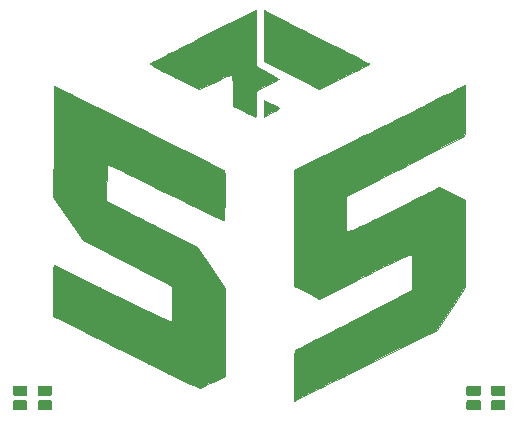
<source format=gbr>
G04 #@! TF.GenerationSoftware,KiCad,Pcbnew,5.0.2+dfsg1-1*
G04 #@! TF.CreationDate,2019-05-16T07:21:41+02:00*
G04 #@! TF.ProjectId,5thpcbway,35746870-6362-4776-9179-2e6b69636164,rev?*
G04 #@! TF.SameCoordinates,Original*
G04 #@! TF.FileFunction,Soldermask,Top*
G04 #@! TF.FilePolarity,Negative*
%FSLAX46Y46*%
G04 Gerber Fmt 4.6, Leading zero omitted, Abs format (unit mm)*
G04 Created by KiCad (PCBNEW 5.0.2+dfsg1-1) date jue 16 may 2019 07:21:41 CEST*
%MOMM*%
%LPD*%
G01*
G04 APERTURE LIST*
%ADD10C,0.010000*%
%ADD11C,0.100000*%
G04 APERTURE END LIST*
D10*
G04 #@! TO.C,*
G36*
X189108250Y-59234978D02*
X189573238Y-59470193D01*
X190096614Y-59734744D01*
X190661129Y-60019923D01*
X191249533Y-60317024D01*
X191844575Y-60617337D01*
X192429007Y-60912157D01*
X192985577Y-61192775D01*
X193497037Y-61450483D01*
X193574417Y-61489454D01*
X193987510Y-61698031D01*
X194377329Y-61895908D01*
X194737423Y-62079744D01*
X195061346Y-62246194D01*
X195342647Y-62391918D01*
X195574879Y-62513571D01*
X195751593Y-62607812D01*
X195866340Y-62671298D01*
X195912672Y-62700686D01*
X195913334Y-62701843D01*
X195876273Y-62729651D01*
X195769343Y-62791036D01*
X195598921Y-62882770D01*
X195371388Y-63001623D01*
X195093120Y-63144367D01*
X194770497Y-63307772D01*
X194409897Y-63488609D01*
X194017699Y-63683650D01*
X193600280Y-63889665D01*
X193164019Y-64103425D01*
X192715295Y-64321701D01*
X192674834Y-64341303D01*
X191658834Y-64833361D01*
X186981000Y-62478901D01*
X186981000Y-58158379D01*
X189108250Y-59234978D01*
X189108250Y-59234978D01*
G37*
X189108250Y-59234978D02*
X189573238Y-59470193D01*
X190096614Y-59734744D01*
X190661129Y-60019923D01*
X191249533Y-60317024D01*
X191844575Y-60617337D01*
X192429007Y-60912157D01*
X192985577Y-61192775D01*
X193497037Y-61450483D01*
X193574417Y-61489454D01*
X193987510Y-61698031D01*
X194377329Y-61895908D01*
X194737423Y-62079744D01*
X195061346Y-62246194D01*
X195342647Y-62391918D01*
X195574879Y-62513571D01*
X195751593Y-62607812D01*
X195866340Y-62671298D01*
X195912672Y-62700686D01*
X195913334Y-62701843D01*
X195876273Y-62729651D01*
X195769343Y-62791036D01*
X195598921Y-62882770D01*
X195371388Y-63001623D01*
X195093120Y-63144367D01*
X194770497Y-63307772D01*
X194409897Y-63488609D01*
X194017699Y-63683650D01*
X193600280Y-63889665D01*
X193164019Y-64103425D01*
X192715295Y-64321701D01*
X192674834Y-64341303D01*
X191658834Y-64833361D01*
X186981000Y-62478901D01*
X186981000Y-58158379D01*
X189108250Y-59234978D01*
G36*
X187266750Y-65916109D02*
X187463173Y-66007923D01*
X187664843Y-66108829D01*
X187857316Y-66210793D01*
X188026153Y-66305780D01*
X188156910Y-66385756D01*
X188235148Y-66442686D01*
X188251000Y-66463686D01*
X188217373Y-66511886D01*
X188114842Y-66586877D01*
X187940931Y-66690156D01*
X187693165Y-66823218D01*
X187453485Y-66945414D01*
X186981000Y-67182374D01*
X186981000Y-65788208D01*
X187266750Y-65916109D01*
X187266750Y-65916109D01*
G37*
X187266750Y-65916109D02*
X187463173Y-66007923D01*
X187664843Y-66108829D01*
X187857316Y-66210793D01*
X188026153Y-66305780D01*
X188156910Y-66385756D01*
X188235148Y-66442686D01*
X188251000Y-66463686D01*
X188217373Y-66511886D01*
X188114842Y-66586877D01*
X187940931Y-66690156D01*
X187693165Y-66823218D01*
X187453485Y-66945414D01*
X186981000Y-67182374D01*
X186981000Y-65788208D01*
X187266750Y-65916109D01*
G36*
X186305126Y-60522745D02*
X186306586Y-62884834D01*
X187279409Y-63412153D01*
X187539407Y-63554876D01*
X187772154Y-63686080D01*
X187968019Y-63800056D01*
X188117374Y-63891093D01*
X188210590Y-63953481D01*
X188238437Y-63980856D01*
X188198421Y-64010614D01*
X188092997Y-64072786D01*
X187932416Y-64161778D01*
X187726928Y-64271999D01*
X187486782Y-64397856D01*
X187265183Y-64511870D01*
X186305724Y-65001500D01*
X186304695Y-66112750D01*
X186303265Y-66409308D01*
X186299760Y-66675809D01*
X186294507Y-66901231D01*
X186287832Y-67074553D01*
X186280060Y-67184754D01*
X186271917Y-67220938D01*
X186227058Y-67201221D01*
X186117945Y-67147457D01*
X185955228Y-67065068D01*
X185749555Y-66959478D01*
X185511576Y-66836110D01*
X185330000Y-66741306D01*
X184419834Y-66264737D01*
X184408147Y-66077619D01*
X184403696Y-65983662D01*
X184397403Y-65819147D01*
X184389744Y-65598154D01*
X184381193Y-65334759D01*
X184372228Y-65043041D01*
X184365791Y-64823678D01*
X184353829Y-64457419D01*
X184341100Y-64170218D01*
X184327186Y-63956465D01*
X184311667Y-63810552D01*
X184294123Y-63726869D01*
X184282003Y-63703736D01*
X184227698Y-63676343D01*
X184140047Y-63674852D01*
X184013083Y-63701432D01*
X183840837Y-63758256D01*
X183617344Y-63847493D01*
X183336636Y-63971315D01*
X182992746Y-64131891D01*
X182647370Y-64298383D01*
X181509906Y-64852419D01*
X179392988Y-63787266D01*
X178936019Y-63557034D01*
X178549478Y-63361469D01*
X178227952Y-63197600D01*
X177966026Y-63062456D01*
X177758288Y-62953069D01*
X177599323Y-62866466D01*
X177483719Y-62799678D01*
X177406062Y-62749735D01*
X177360937Y-62713665D01*
X177342933Y-62688500D01*
X177346635Y-62671267D01*
X177351384Y-62667042D01*
X177398337Y-62641260D01*
X177516215Y-62579997D01*
X177700229Y-62485673D01*
X177945593Y-62360706D01*
X178247520Y-62207515D01*
X178601222Y-62028519D01*
X179001914Y-61826137D01*
X179444807Y-61602787D01*
X179925115Y-61360888D01*
X180438052Y-61102859D01*
X180978829Y-60831119D01*
X181542660Y-60548086D01*
X181865183Y-60386313D01*
X186303667Y-58160656D01*
X186305126Y-60522745D01*
X186305126Y-60522745D01*
G37*
X186305126Y-60522745D02*
X186306586Y-62884834D01*
X187279409Y-63412153D01*
X187539407Y-63554876D01*
X187772154Y-63686080D01*
X187968019Y-63800056D01*
X188117374Y-63891093D01*
X188210590Y-63953481D01*
X188238437Y-63980856D01*
X188198421Y-64010614D01*
X188092997Y-64072786D01*
X187932416Y-64161778D01*
X187726928Y-64271999D01*
X187486782Y-64397856D01*
X187265183Y-64511870D01*
X186305724Y-65001500D01*
X186304695Y-66112750D01*
X186303265Y-66409308D01*
X186299760Y-66675809D01*
X186294507Y-66901231D01*
X186287832Y-67074553D01*
X186280060Y-67184754D01*
X186271917Y-67220938D01*
X186227058Y-67201221D01*
X186117945Y-67147457D01*
X185955228Y-67065068D01*
X185749555Y-66959478D01*
X185511576Y-66836110D01*
X185330000Y-66741306D01*
X184419834Y-66264737D01*
X184408147Y-66077619D01*
X184403696Y-65983662D01*
X184397403Y-65819147D01*
X184389744Y-65598154D01*
X184381193Y-65334759D01*
X184372228Y-65043041D01*
X184365791Y-64823678D01*
X184353829Y-64457419D01*
X184341100Y-64170218D01*
X184327186Y-63956465D01*
X184311667Y-63810552D01*
X184294123Y-63726869D01*
X184282003Y-63703736D01*
X184227698Y-63676343D01*
X184140047Y-63674852D01*
X184013083Y-63701432D01*
X183840837Y-63758256D01*
X183617344Y-63847493D01*
X183336636Y-63971315D01*
X182992746Y-64131891D01*
X182647370Y-64298383D01*
X181509906Y-64852419D01*
X179392988Y-63787266D01*
X178936019Y-63557034D01*
X178549478Y-63361469D01*
X178227952Y-63197600D01*
X177966026Y-63062456D01*
X177758288Y-62953069D01*
X177599323Y-62866466D01*
X177483719Y-62799678D01*
X177406062Y-62749735D01*
X177360937Y-62713665D01*
X177342933Y-62688500D01*
X177346635Y-62671267D01*
X177351384Y-62667042D01*
X177398337Y-62641260D01*
X177516215Y-62579997D01*
X177700229Y-62485673D01*
X177945593Y-62360706D01*
X178247520Y-62207515D01*
X178601222Y-62028519D01*
X179001914Y-61826137D01*
X179444807Y-61602787D01*
X179925115Y-61360888D01*
X180438052Y-61102859D01*
X180978829Y-60831119D01*
X181542660Y-60548086D01*
X181865183Y-60386313D01*
X186303667Y-58160656D01*
X186305126Y-60522745D01*
G36*
X169277383Y-64609047D02*
X169388092Y-64660691D01*
X169565581Y-64745618D01*
X169805348Y-64861598D01*
X170102888Y-65006401D01*
X170453698Y-65177795D01*
X170853275Y-65373551D01*
X171297115Y-65591438D01*
X171780715Y-65829225D01*
X172299570Y-66084682D01*
X172849178Y-66355578D01*
X173425034Y-66639684D01*
X174022636Y-66934768D01*
X174637479Y-67238600D01*
X175265060Y-67548949D01*
X175900876Y-67863585D01*
X176540423Y-68180278D01*
X177179198Y-68496797D01*
X177812696Y-68810912D01*
X178436414Y-69120391D01*
X179045850Y-69423005D01*
X179636498Y-69716523D01*
X180203856Y-69998715D01*
X180743420Y-70267350D01*
X181250687Y-70520197D01*
X181721153Y-70755026D01*
X182150314Y-70969607D01*
X182533667Y-71161709D01*
X182866708Y-71329102D01*
X183144934Y-71469555D01*
X183363841Y-71580838D01*
X183518925Y-71660719D01*
X183605684Y-71706970D01*
X183622632Y-71717252D01*
X183635884Y-71741363D01*
X183646831Y-71793998D01*
X183655611Y-71881591D01*
X183662362Y-72010573D01*
X183667222Y-72187379D01*
X183670331Y-72418441D01*
X183671825Y-72710193D01*
X183671844Y-73069066D01*
X183670526Y-73501495D01*
X183668809Y-73865259D01*
X183657834Y-75965834D01*
X183552000Y-75953925D01*
X183500508Y-75933825D01*
X183378266Y-75878408D01*
X183190301Y-75790118D01*
X182941641Y-75671403D01*
X182637314Y-75524708D01*
X182282347Y-75352481D01*
X181881767Y-75157166D01*
X181440603Y-74941211D01*
X180963882Y-74707062D01*
X180456632Y-74457165D01*
X179923880Y-74193966D01*
X179370653Y-73919912D01*
X179318667Y-73894122D01*
X178573493Y-73524507D01*
X177900286Y-73190894D01*
X177295244Y-72891507D01*
X176754564Y-72624569D01*
X176274441Y-72388303D01*
X175851073Y-72180934D01*
X175480656Y-72000685D01*
X175159388Y-71845779D01*
X174883464Y-71714442D01*
X174649081Y-71604895D01*
X174452437Y-71515364D01*
X174289728Y-71444071D01*
X174157150Y-71389240D01*
X174050900Y-71349096D01*
X173967175Y-71321861D01*
X173902172Y-71305760D01*
X173852087Y-71299015D01*
X173813118Y-71299852D01*
X173781459Y-71306493D01*
X173779501Y-71307103D01*
X173758301Y-71317890D01*
X173740915Y-71341024D01*
X173726730Y-71384867D01*
X173715133Y-71457777D01*
X173705512Y-71568114D01*
X173697254Y-71724238D01*
X173689745Y-71934510D01*
X173682373Y-72207288D01*
X173674525Y-72550932D01*
X173668885Y-72815938D01*
X173662049Y-73161493D01*
X173656554Y-73479291D01*
X173652508Y-73759642D01*
X173650017Y-73992861D01*
X173649186Y-74169261D01*
X173650122Y-74279153D01*
X173652465Y-74313129D01*
X173691556Y-74333556D01*
X173801320Y-74389319D01*
X173976707Y-74477882D01*
X174212665Y-74596709D01*
X174504143Y-74743263D01*
X174846092Y-74915009D01*
X175233458Y-75109411D01*
X175661193Y-75323932D01*
X176124244Y-75556036D01*
X176617562Y-75803188D01*
X177136094Y-76062851D01*
X177519500Y-76254773D01*
X181371834Y-78182829D01*
X182525417Y-79950270D01*
X183679000Y-81717710D01*
X183679000Y-89114479D01*
X182652417Y-89617297D01*
X182376524Y-89751774D01*
X182122151Y-89874518D01*
X181900210Y-89980364D01*
X181721613Y-90064145D01*
X181597271Y-90120694D01*
X181538448Y-90144748D01*
X181494084Y-90135472D01*
X181394177Y-90097251D01*
X181236674Y-90029106D01*
X181019524Y-89930058D01*
X180740672Y-89799128D01*
X180398068Y-89635338D01*
X179989659Y-89437708D01*
X179513391Y-89205259D01*
X178967213Y-88937013D01*
X178349073Y-88631989D01*
X177876614Y-88398127D01*
X177285816Y-88105139D01*
X176662050Y-87795381D01*
X176016974Y-87474666D01*
X175362245Y-87148804D01*
X174709521Y-86823609D01*
X174070459Y-86504891D01*
X173456716Y-86198463D01*
X172879950Y-85910136D01*
X172351819Y-85645723D01*
X171883979Y-85411035D01*
X171741000Y-85339186D01*
X169179834Y-84051500D01*
X169168862Y-81903084D01*
X169166652Y-81412742D01*
X169165547Y-81000672D01*
X169165689Y-80660484D01*
X169167221Y-80385790D01*
X169170284Y-80170198D01*
X169175022Y-80007320D01*
X169181577Y-79890767D01*
X169190091Y-79814149D01*
X169200707Y-79771076D01*
X169213567Y-79755159D01*
X169216753Y-79754667D01*
X169267443Y-79772962D01*
X169384544Y-79824919D01*
X169558836Y-79906147D01*
X169781097Y-80012255D01*
X170042106Y-80138852D01*
X170332642Y-80281545D01*
X170561225Y-80394919D01*
X171422169Y-80823104D01*
X172252993Y-81235157D01*
X173050364Y-81629463D01*
X173810952Y-82004404D01*
X174531425Y-82358363D01*
X175208453Y-82689724D01*
X175838705Y-82996871D01*
X176418848Y-83278185D01*
X176945553Y-83532051D01*
X177415488Y-83756851D01*
X177825322Y-83950969D01*
X178171724Y-84112788D01*
X178451363Y-84240691D01*
X178660908Y-84333061D01*
X178756996Y-84372905D01*
X178881710Y-84424843D01*
X178982848Y-84466862D01*
X179062797Y-84491889D01*
X179123944Y-84492852D01*
X179168677Y-84462678D01*
X179199381Y-84394295D01*
X179218445Y-84280630D01*
X179228255Y-84114611D01*
X179231198Y-83889165D01*
X179229661Y-83597220D01*
X179226031Y-83231702D01*
X179223952Y-82989328D01*
X179212834Y-81482656D01*
X171656016Y-77613992D01*
X169165238Y-73948744D01*
X169188328Y-69284622D01*
X169191639Y-68663265D01*
X169195281Y-68065688D01*
X169199198Y-67497334D01*
X169203331Y-66963644D01*
X169207623Y-66470061D01*
X169212016Y-66022026D01*
X169216453Y-65624983D01*
X169220876Y-65284373D01*
X169225228Y-65005638D01*
X169229450Y-64794220D01*
X169233487Y-64655562D01*
X169237279Y-64595106D01*
X169237959Y-64592917D01*
X169277383Y-64609047D01*
X169277383Y-64609047D01*
G37*
X169277383Y-64609047D02*
X169388092Y-64660691D01*
X169565581Y-64745618D01*
X169805348Y-64861598D01*
X170102888Y-65006401D01*
X170453698Y-65177795D01*
X170853275Y-65373551D01*
X171297115Y-65591438D01*
X171780715Y-65829225D01*
X172299570Y-66084682D01*
X172849178Y-66355578D01*
X173425034Y-66639684D01*
X174022636Y-66934768D01*
X174637479Y-67238600D01*
X175265060Y-67548949D01*
X175900876Y-67863585D01*
X176540423Y-68180278D01*
X177179198Y-68496797D01*
X177812696Y-68810912D01*
X178436414Y-69120391D01*
X179045850Y-69423005D01*
X179636498Y-69716523D01*
X180203856Y-69998715D01*
X180743420Y-70267350D01*
X181250687Y-70520197D01*
X181721153Y-70755026D01*
X182150314Y-70969607D01*
X182533667Y-71161709D01*
X182866708Y-71329102D01*
X183144934Y-71469555D01*
X183363841Y-71580838D01*
X183518925Y-71660719D01*
X183605684Y-71706970D01*
X183622632Y-71717252D01*
X183635884Y-71741363D01*
X183646831Y-71793998D01*
X183655611Y-71881591D01*
X183662362Y-72010573D01*
X183667222Y-72187379D01*
X183670331Y-72418441D01*
X183671825Y-72710193D01*
X183671844Y-73069066D01*
X183670526Y-73501495D01*
X183668809Y-73865259D01*
X183657834Y-75965834D01*
X183552000Y-75953925D01*
X183500508Y-75933825D01*
X183378266Y-75878408D01*
X183190301Y-75790118D01*
X182941641Y-75671403D01*
X182637314Y-75524708D01*
X182282347Y-75352481D01*
X181881767Y-75157166D01*
X181440603Y-74941211D01*
X180963882Y-74707062D01*
X180456632Y-74457165D01*
X179923880Y-74193966D01*
X179370653Y-73919912D01*
X179318667Y-73894122D01*
X178573493Y-73524507D01*
X177900286Y-73190894D01*
X177295244Y-72891507D01*
X176754564Y-72624569D01*
X176274441Y-72388303D01*
X175851073Y-72180934D01*
X175480656Y-72000685D01*
X175159388Y-71845779D01*
X174883464Y-71714442D01*
X174649081Y-71604895D01*
X174452437Y-71515364D01*
X174289728Y-71444071D01*
X174157150Y-71389240D01*
X174050900Y-71349096D01*
X173967175Y-71321861D01*
X173902172Y-71305760D01*
X173852087Y-71299015D01*
X173813118Y-71299852D01*
X173781459Y-71306493D01*
X173779501Y-71307103D01*
X173758301Y-71317890D01*
X173740915Y-71341024D01*
X173726730Y-71384867D01*
X173715133Y-71457777D01*
X173705512Y-71568114D01*
X173697254Y-71724238D01*
X173689745Y-71934510D01*
X173682373Y-72207288D01*
X173674525Y-72550932D01*
X173668885Y-72815938D01*
X173662049Y-73161493D01*
X173656554Y-73479291D01*
X173652508Y-73759642D01*
X173650017Y-73992861D01*
X173649186Y-74169261D01*
X173650122Y-74279153D01*
X173652465Y-74313129D01*
X173691556Y-74333556D01*
X173801320Y-74389319D01*
X173976707Y-74477882D01*
X174212665Y-74596709D01*
X174504143Y-74743263D01*
X174846092Y-74915009D01*
X175233458Y-75109411D01*
X175661193Y-75323932D01*
X176124244Y-75556036D01*
X176617562Y-75803188D01*
X177136094Y-76062851D01*
X177519500Y-76254773D01*
X181371834Y-78182829D01*
X182525417Y-79950270D01*
X183679000Y-81717710D01*
X183679000Y-89114479D01*
X182652417Y-89617297D01*
X182376524Y-89751774D01*
X182122151Y-89874518D01*
X181900210Y-89980364D01*
X181721613Y-90064145D01*
X181597271Y-90120694D01*
X181538448Y-90144748D01*
X181494084Y-90135472D01*
X181394177Y-90097251D01*
X181236674Y-90029106D01*
X181019524Y-89930058D01*
X180740672Y-89799128D01*
X180398068Y-89635338D01*
X179989659Y-89437708D01*
X179513391Y-89205259D01*
X178967213Y-88937013D01*
X178349073Y-88631989D01*
X177876614Y-88398127D01*
X177285816Y-88105139D01*
X176662050Y-87795381D01*
X176016974Y-87474666D01*
X175362245Y-87148804D01*
X174709521Y-86823609D01*
X174070459Y-86504891D01*
X173456716Y-86198463D01*
X172879950Y-85910136D01*
X172351819Y-85645723D01*
X171883979Y-85411035D01*
X171741000Y-85339186D01*
X169179834Y-84051500D01*
X169168862Y-81903084D01*
X169166652Y-81412742D01*
X169165547Y-81000672D01*
X169165689Y-80660484D01*
X169167221Y-80385790D01*
X169170284Y-80170198D01*
X169175022Y-80007320D01*
X169181577Y-79890767D01*
X169190091Y-79814149D01*
X169200707Y-79771076D01*
X169213567Y-79755159D01*
X169216753Y-79754667D01*
X169267443Y-79772962D01*
X169384544Y-79824919D01*
X169558836Y-79906147D01*
X169781097Y-80012255D01*
X170042106Y-80138852D01*
X170332642Y-80281545D01*
X170561225Y-80394919D01*
X171422169Y-80823104D01*
X172252993Y-81235157D01*
X173050364Y-81629463D01*
X173810952Y-82004404D01*
X174531425Y-82358363D01*
X175208453Y-82689724D01*
X175838705Y-82996871D01*
X176418848Y-83278185D01*
X176945553Y-83532051D01*
X177415488Y-83756851D01*
X177825322Y-83950969D01*
X178171724Y-84112788D01*
X178451363Y-84240691D01*
X178660908Y-84333061D01*
X178756996Y-84372905D01*
X178881710Y-84424843D01*
X178982848Y-84466862D01*
X179062797Y-84491889D01*
X179123944Y-84492852D01*
X179168677Y-84462678D01*
X179199381Y-84394295D01*
X179218445Y-84280630D01*
X179228255Y-84114611D01*
X179231198Y-83889165D01*
X179229661Y-83597220D01*
X179226031Y-83231702D01*
X179223952Y-82989328D01*
X179212834Y-81482656D01*
X171656016Y-77613992D01*
X169165238Y-73948744D01*
X169188328Y-69284622D01*
X169191639Y-68663265D01*
X169195281Y-68065688D01*
X169199198Y-67497334D01*
X169203331Y-66963644D01*
X169207623Y-66470061D01*
X169212016Y-66022026D01*
X169216453Y-65624983D01*
X169220876Y-65284373D01*
X169225228Y-65005638D01*
X169229450Y-64794220D01*
X169233487Y-64655562D01*
X169237279Y-64595106D01*
X169237959Y-64592917D01*
X169277383Y-64609047D01*
G36*
X204027958Y-64555330D02*
X204031636Y-64670650D01*
X204034359Y-64850624D01*
X204036176Y-65085249D01*
X204037133Y-65364521D01*
X204037280Y-65678439D01*
X204036664Y-66016998D01*
X204035332Y-66370196D01*
X204033333Y-66728030D01*
X204030715Y-67080496D01*
X204027525Y-67417591D01*
X204023811Y-67729313D01*
X204019622Y-68005658D01*
X204015004Y-68236623D01*
X204010007Y-68412206D01*
X204004678Y-68522402D01*
X204004050Y-68530378D01*
X203977834Y-68841922D01*
X199998500Y-70845405D01*
X199431059Y-71131192D01*
X198867728Y-71415094D01*
X198315271Y-71693691D01*
X197780452Y-71963566D01*
X197270034Y-72221299D01*
X196790783Y-72463471D01*
X196349462Y-72686665D01*
X195952835Y-72887460D01*
X195607666Y-73062439D01*
X195320720Y-73208183D01*
X195098759Y-73321272D01*
X195003167Y-73370194D01*
X193987167Y-73891500D01*
X193964917Y-76876000D01*
X194095822Y-76876000D01*
X194201749Y-76860425D01*
X194352062Y-76819656D01*
X194509113Y-76764431D01*
X194651876Y-76703782D01*
X194862939Y-76608126D01*
X195135204Y-76480968D01*
X195461571Y-76325816D01*
X195834939Y-76146175D01*
X196248212Y-75945551D01*
X196694287Y-75727452D01*
X197166068Y-75495382D01*
X197656453Y-75252849D01*
X198158343Y-75003358D01*
X198664640Y-74750416D01*
X199168244Y-74497528D01*
X199662056Y-74248202D01*
X200138975Y-74005943D01*
X200591903Y-73774258D01*
X201013741Y-73556652D01*
X201195674Y-73462099D01*
X201800181Y-73147093D01*
X204020167Y-74272559D01*
X204027959Y-77955530D01*
X204035752Y-81638500D01*
X202842626Y-83427957D01*
X201649500Y-85217415D01*
X195624530Y-88222207D01*
X194954878Y-88556122D01*
X194305882Y-88879628D01*
X193681578Y-89190718D01*
X193086003Y-89487384D01*
X192523195Y-89767620D01*
X191997191Y-90029417D01*
X191512027Y-90270768D01*
X191071741Y-90489667D01*
X190680370Y-90684105D01*
X190341950Y-90852075D01*
X190060520Y-90991571D01*
X189840116Y-91100584D01*
X189684774Y-91177107D01*
X189598533Y-91219133D01*
X189581446Y-91227000D01*
X189560411Y-91195589D01*
X189560379Y-91195250D01*
X189559899Y-91147842D01*
X189559656Y-91024030D01*
X189559639Y-90832077D01*
X189559839Y-90580246D01*
X189560247Y-90276798D01*
X189560853Y-89929998D01*
X189561649Y-89548106D01*
X189562625Y-89139387D01*
X189562753Y-89089167D01*
X189564618Y-88581217D01*
X189567478Y-88152931D01*
X189571464Y-87799308D01*
X189576708Y-87515350D01*
X189583342Y-87296057D01*
X189591497Y-87136430D01*
X189601304Y-87031470D01*
X189612896Y-86976177D01*
X189618624Y-86966267D01*
X189661923Y-86941493D01*
X189776280Y-86880765D01*
X189957217Y-86786375D01*
X190200257Y-86660614D01*
X190500922Y-86505775D01*
X190854735Y-86324151D01*
X191257219Y-86118033D01*
X191703896Y-85889715D01*
X192190287Y-85641488D01*
X192711917Y-85375645D01*
X193264307Y-85094478D01*
X193842980Y-84800279D01*
X194443458Y-84495341D01*
X194618110Y-84406713D01*
X199567052Y-81895725D01*
X199539360Y-80881841D01*
X199531216Y-80562372D01*
X199524019Y-80239292D01*
X199518144Y-79932747D01*
X199513963Y-79662883D01*
X199511850Y-79449845D01*
X199511667Y-79387978D01*
X199511667Y-78908000D01*
X199356574Y-78908000D01*
X199299596Y-78913387D01*
X199223403Y-78930828D01*
X199123877Y-78962242D01*
X198996897Y-79009550D01*
X198838344Y-79074671D01*
X198644099Y-79159526D01*
X198410043Y-79266035D01*
X198132057Y-79396117D01*
X197806020Y-79551692D01*
X197427813Y-79734681D01*
X196993318Y-79947004D01*
X196498415Y-80190580D01*
X195938984Y-80467329D01*
X195310907Y-80779172D01*
X194852073Y-81007483D01*
X191674624Y-82589664D01*
X190608395Y-82050582D01*
X189542167Y-81511500D01*
X189543795Y-81289250D01*
X189544093Y-81217689D01*
X189544535Y-81067200D01*
X189545110Y-80843521D01*
X189545805Y-80552391D01*
X189546607Y-80199547D01*
X189547505Y-79790729D01*
X189548486Y-79331675D01*
X189549537Y-78828122D01*
X189550646Y-78285810D01*
X189551800Y-77710476D01*
X189552988Y-77107860D01*
X189554197Y-76483699D01*
X189554378Y-76389084D01*
X189563334Y-71711168D01*
X194717417Y-69151930D01*
X195343518Y-68840960D01*
X195953107Y-68538030D01*
X196541415Y-68245519D01*
X197103671Y-67965805D01*
X197635107Y-67701266D01*
X198130951Y-67454280D01*
X198586434Y-67227226D01*
X198996786Y-67022481D01*
X199357237Y-66842424D01*
X199663018Y-66689433D01*
X199909359Y-66565885D01*
X200091489Y-66474161D01*
X200204640Y-66416636D01*
X200231334Y-66402778D01*
X200342860Y-66345012D01*
X200512028Y-66258837D01*
X200730068Y-66148623D01*
X200988207Y-66018736D01*
X201277673Y-65873544D01*
X201589697Y-65717415D01*
X201915505Y-65554716D01*
X202246328Y-65389814D01*
X202573393Y-65227077D01*
X202887929Y-65070873D01*
X203181165Y-64925569D01*
X203444329Y-64795532D01*
X203668650Y-64685131D01*
X203845356Y-64598732D01*
X203965677Y-64540703D01*
X204020840Y-64515412D01*
X204023277Y-64514667D01*
X204027958Y-64555330D01*
X204027958Y-64555330D01*
G37*
X204027958Y-64555330D02*
X204031636Y-64670650D01*
X204034359Y-64850624D01*
X204036176Y-65085249D01*
X204037133Y-65364521D01*
X204037280Y-65678439D01*
X204036664Y-66016998D01*
X204035332Y-66370196D01*
X204033333Y-66728030D01*
X204030715Y-67080496D01*
X204027525Y-67417591D01*
X204023811Y-67729313D01*
X204019622Y-68005658D01*
X204015004Y-68236623D01*
X204010007Y-68412206D01*
X204004678Y-68522402D01*
X204004050Y-68530378D01*
X203977834Y-68841922D01*
X199998500Y-70845405D01*
X199431059Y-71131192D01*
X198867728Y-71415094D01*
X198315271Y-71693691D01*
X197780452Y-71963566D01*
X197270034Y-72221299D01*
X196790783Y-72463471D01*
X196349462Y-72686665D01*
X195952835Y-72887460D01*
X195607666Y-73062439D01*
X195320720Y-73208183D01*
X195098759Y-73321272D01*
X195003167Y-73370194D01*
X193987167Y-73891500D01*
X193964917Y-76876000D01*
X194095822Y-76876000D01*
X194201749Y-76860425D01*
X194352062Y-76819656D01*
X194509113Y-76764431D01*
X194651876Y-76703782D01*
X194862939Y-76608126D01*
X195135204Y-76480968D01*
X195461571Y-76325816D01*
X195834939Y-76146175D01*
X196248212Y-75945551D01*
X196694287Y-75727452D01*
X197166068Y-75495382D01*
X197656453Y-75252849D01*
X198158343Y-75003358D01*
X198664640Y-74750416D01*
X199168244Y-74497528D01*
X199662056Y-74248202D01*
X200138975Y-74005943D01*
X200591903Y-73774258D01*
X201013741Y-73556652D01*
X201195674Y-73462099D01*
X201800181Y-73147093D01*
X204020167Y-74272559D01*
X204027959Y-77955530D01*
X204035752Y-81638500D01*
X202842626Y-83427957D01*
X201649500Y-85217415D01*
X195624530Y-88222207D01*
X194954878Y-88556122D01*
X194305882Y-88879628D01*
X193681578Y-89190718D01*
X193086003Y-89487384D01*
X192523195Y-89767620D01*
X191997191Y-90029417D01*
X191512027Y-90270768D01*
X191071741Y-90489667D01*
X190680370Y-90684105D01*
X190341950Y-90852075D01*
X190060520Y-90991571D01*
X189840116Y-91100584D01*
X189684774Y-91177107D01*
X189598533Y-91219133D01*
X189581446Y-91227000D01*
X189560411Y-91195589D01*
X189560379Y-91195250D01*
X189559899Y-91147842D01*
X189559656Y-91024030D01*
X189559639Y-90832077D01*
X189559839Y-90580246D01*
X189560247Y-90276798D01*
X189560853Y-89929998D01*
X189561649Y-89548106D01*
X189562625Y-89139387D01*
X189562753Y-89089167D01*
X189564618Y-88581217D01*
X189567478Y-88152931D01*
X189571464Y-87799308D01*
X189576708Y-87515350D01*
X189583342Y-87296057D01*
X189591497Y-87136430D01*
X189601304Y-87031470D01*
X189612896Y-86976177D01*
X189618624Y-86966267D01*
X189661923Y-86941493D01*
X189776280Y-86880765D01*
X189957217Y-86786375D01*
X190200257Y-86660614D01*
X190500922Y-86505775D01*
X190854735Y-86324151D01*
X191257219Y-86118033D01*
X191703896Y-85889715D01*
X192190287Y-85641488D01*
X192711917Y-85375645D01*
X193264307Y-85094478D01*
X193842980Y-84800279D01*
X194443458Y-84495341D01*
X194618110Y-84406713D01*
X199567052Y-81895725D01*
X199539360Y-80881841D01*
X199531216Y-80562372D01*
X199524019Y-80239292D01*
X199518144Y-79932747D01*
X199513963Y-79662883D01*
X199511850Y-79449845D01*
X199511667Y-79387978D01*
X199511667Y-78908000D01*
X199356574Y-78908000D01*
X199299596Y-78913387D01*
X199223403Y-78930828D01*
X199123877Y-78962242D01*
X198996897Y-79009550D01*
X198838344Y-79074671D01*
X198644099Y-79159526D01*
X198410043Y-79266035D01*
X198132057Y-79396117D01*
X197806020Y-79551692D01*
X197427813Y-79734681D01*
X196993318Y-79947004D01*
X196498415Y-80190580D01*
X195938984Y-80467329D01*
X195310907Y-80779172D01*
X194852073Y-81007483D01*
X191674624Y-82589664D01*
X190608395Y-82050582D01*
X189542167Y-81511500D01*
X189543795Y-81289250D01*
X189544093Y-81217689D01*
X189544535Y-81067200D01*
X189545110Y-80843521D01*
X189545805Y-80552391D01*
X189546607Y-80199547D01*
X189547505Y-79790729D01*
X189548486Y-79331675D01*
X189549537Y-78828122D01*
X189550646Y-78285810D01*
X189551800Y-77710476D01*
X189552988Y-77107860D01*
X189554197Y-76483699D01*
X189554378Y-76389084D01*
X189563334Y-71711168D01*
X194717417Y-69151930D01*
X195343518Y-68840960D01*
X195953107Y-68538030D01*
X196541415Y-68245519D01*
X197103671Y-67965805D01*
X197635107Y-67701266D01*
X198130951Y-67454280D01*
X198586434Y-67227226D01*
X198996786Y-67022481D01*
X199357237Y-66842424D01*
X199663018Y-66689433D01*
X199909359Y-66565885D01*
X200091489Y-66474161D01*
X200204640Y-66416636D01*
X200231334Y-66402778D01*
X200342860Y-66345012D01*
X200512028Y-66258837D01*
X200730068Y-66148623D01*
X200988207Y-66018736D01*
X201277673Y-65873544D01*
X201589697Y-65717415D01*
X201915505Y-65554716D01*
X202246328Y-65389814D01*
X202573393Y-65227077D01*
X202887929Y-65070873D01*
X203181165Y-64925569D01*
X203444329Y-64795532D01*
X203668650Y-64685131D01*
X203845356Y-64598732D01*
X203965677Y-64540703D01*
X204020840Y-64515412D01*
X204023277Y-64514667D01*
X204027958Y-64555330D01*
D11*
G36*
X205259013Y-91201786D02*
X205280316Y-91208248D01*
X205299937Y-91218736D01*
X205317143Y-91232857D01*
X205331264Y-91250063D01*
X205341752Y-91269684D01*
X205348214Y-91290987D01*
X205351000Y-91319274D01*
X205351000Y-91930726D01*
X205348214Y-91959013D01*
X205341752Y-91980316D01*
X205331264Y-91999937D01*
X205317143Y-92017143D01*
X205299937Y-92031264D01*
X205280316Y-92041752D01*
X205259013Y-92048214D01*
X205230726Y-92051000D01*
X204269274Y-92051000D01*
X204240987Y-92048214D01*
X204219684Y-92041752D01*
X204200063Y-92031264D01*
X204182857Y-92017143D01*
X204168736Y-91999937D01*
X204158248Y-91980316D01*
X204151786Y-91959013D01*
X204149000Y-91930726D01*
X204149000Y-91319274D01*
X204151786Y-91290987D01*
X204158248Y-91269684D01*
X204168736Y-91250063D01*
X204182857Y-91232857D01*
X204200063Y-91218736D01*
X204219684Y-91208248D01*
X204240987Y-91201786D01*
X204269274Y-91199000D01*
X205230726Y-91199000D01*
X205259013Y-91201786D01*
X205259013Y-91201786D01*
G37*
G36*
X166859013Y-91201786D02*
X166880316Y-91208248D01*
X166899937Y-91218736D01*
X166917143Y-91232857D01*
X166931264Y-91250063D01*
X166941752Y-91269684D01*
X166948214Y-91290987D01*
X166951000Y-91319274D01*
X166951000Y-91930726D01*
X166948214Y-91959013D01*
X166941752Y-91980316D01*
X166931264Y-91999937D01*
X166917143Y-92017143D01*
X166899937Y-92031264D01*
X166880316Y-92041752D01*
X166859013Y-92048214D01*
X166830726Y-92051000D01*
X165869274Y-92051000D01*
X165840987Y-92048214D01*
X165819684Y-92041752D01*
X165800063Y-92031264D01*
X165782857Y-92017143D01*
X165768736Y-91999937D01*
X165758248Y-91980316D01*
X165751786Y-91959013D01*
X165749000Y-91930726D01*
X165749000Y-91319274D01*
X165751786Y-91290987D01*
X165758248Y-91269684D01*
X165768736Y-91250063D01*
X165782857Y-91232857D01*
X165800063Y-91218736D01*
X165819684Y-91208248D01*
X165840987Y-91201786D01*
X165869274Y-91199000D01*
X166830726Y-91199000D01*
X166859013Y-91201786D01*
X166859013Y-91201786D01*
G37*
G36*
X168959013Y-91201786D02*
X168980316Y-91208248D01*
X168999937Y-91218736D01*
X169017143Y-91232857D01*
X169031264Y-91250063D01*
X169041752Y-91269684D01*
X169048214Y-91290987D01*
X169051000Y-91319274D01*
X169051000Y-91930726D01*
X169048214Y-91959013D01*
X169041752Y-91980316D01*
X169031264Y-91999937D01*
X169017143Y-92017143D01*
X168999937Y-92031264D01*
X168980316Y-92041752D01*
X168959013Y-92048214D01*
X168930726Y-92051000D01*
X167969274Y-92051000D01*
X167940987Y-92048214D01*
X167919684Y-92041752D01*
X167900063Y-92031264D01*
X167882857Y-92017143D01*
X167868736Y-91999937D01*
X167858248Y-91980316D01*
X167851786Y-91959013D01*
X167849000Y-91930726D01*
X167849000Y-91319274D01*
X167851786Y-91290987D01*
X167858248Y-91269684D01*
X167868736Y-91250063D01*
X167882857Y-91232857D01*
X167900063Y-91218736D01*
X167919684Y-91208248D01*
X167940987Y-91201786D01*
X167969274Y-91199000D01*
X168930726Y-91199000D01*
X168959013Y-91201786D01*
X168959013Y-91201786D01*
G37*
G36*
X207359013Y-91201786D02*
X207380316Y-91208248D01*
X207399937Y-91218736D01*
X207417143Y-91232857D01*
X207431264Y-91250063D01*
X207441752Y-91269684D01*
X207448214Y-91290987D01*
X207451000Y-91319274D01*
X207451000Y-91930726D01*
X207448214Y-91959013D01*
X207441752Y-91980316D01*
X207431264Y-91999937D01*
X207417143Y-92017143D01*
X207399937Y-92031264D01*
X207380316Y-92041752D01*
X207359013Y-92048214D01*
X207330726Y-92051000D01*
X206369274Y-92051000D01*
X206340987Y-92048214D01*
X206319684Y-92041752D01*
X206300063Y-92031264D01*
X206282857Y-92017143D01*
X206268736Y-91999937D01*
X206258248Y-91980316D01*
X206251786Y-91959013D01*
X206249000Y-91930726D01*
X206249000Y-91319274D01*
X206251786Y-91290987D01*
X206258248Y-91269684D01*
X206268736Y-91250063D01*
X206282857Y-91232857D01*
X206300063Y-91218736D01*
X206319684Y-91208248D01*
X206340987Y-91201786D01*
X206369274Y-91199000D01*
X207330726Y-91199000D01*
X207359013Y-91201786D01*
X207359013Y-91201786D01*
G37*
G36*
X205259013Y-89951786D02*
X205280316Y-89958248D01*
X205299937Y-89968736D01*
X205317143Y-89982857D01*
X205331264Y-90000063D01*
X205341752Y-90019684D01*
X205348214Y-90040987D01*
X205351000Y-90069274D01*
X205351000Y-90680726D01*
X205348214Y-90709013D01*
X205341752Y-90730316D01*
X205331264Y-90749937D01*
X205317143Y-90767143D01*
X205299937Y-90781264D01*
X205280316Y-90791752D01*
X205259013Y-90798214D01*
X205230726Y-90801000D01*
X204269274Y-90801000D01*
X204240987Y-90798214D01*
X204219684Y-90791752D01*
X204200063Y-90781264D01*
X204182857Y-90767143D01*
X204168736Y-90749937D01*
X204158248Y-90730316D01*
X204151786Y-90709013D01*
X204149000Y-90680726D01*
X204149000Y-90069274D01*
X204151786Y-90040987D01*
X204158248Y-90019684D01*
X204168736Y-90000063D01*
X204182857Y-89982857D01*
X204200063Y-89968736D01*
X204219684Y-89958248D01*
X204240987Y-89951786D01*
X204269274Y-89949000D01*
X205230726Y-89949000D01*
X205259013Y-89951786D01*
X205259013Y-89951786D01*
G37*
G36*
X168959013Y-89951786D02*
X168980316Y-89958248D01*
X168999937Y-89968736D01*
X169017143Y-89982857D01*
X169031264Y-90000063D01*
X169041752Y-90019684D01*
X169048214Y-90040987D01*
X169051000Y-90069274D01*
X169051000Y-90680726D01*
X169048214Y-90709013D01*
X169041752Y-90730316D01*
X169031264Y-90749937D01*
X169017143Y-90767143D01*
X168999937Y-90781264D01*
X168980316Y-90791752D01*
X168959013Y-90798214D01*
X168930726Y-90801000D01*
X167969274Y-90801000D01*
X167940987Y-90798214D01*
X167919684Y-90791752D01*
X167900063Y-90781264D01*
X167882857Y-90767143D01*
X167868736Y-90749937D01*
X167858248Y-90730316D01*
X167851786Y-90709013D01*
X167849000Y-90680726D01*
X167849000Y-90069274D01*
X167851786Y-90040987D01*
X167858248Y-90019684D01*
X167868736Y-90000063D01*
X167882857Y-89982857D01*
X167900063Y-89968736D01*
X167919684Y-89958248D01*
X167940987Y-89951786D01*
X167969274Y-89949000D01*
X168930726Y-89949000D01*
X168959013Y-89951786D01*
X168959013Y-89951786D01*
G37*
G36*
X166859013Y-89951786D02*
X166880316Y-89958248D01*
X166899937Y-89968736D01*
X166917143Y-89982857D01*
X166931264Y-90000063D01*
X166941752Y-90019684D01*
X166948214Y-90040987D01*
X166951000Y-90069274D01*
X166951000Y-90680726D01*
X166948214Y-90709013D01*
X166941752Y-90730316D01*
X166931264Y-90749937D01*
X166917143Y-90767143D01*
X166899937Y-90781264D01*
X166880316Y-90791752D01*
X166859013Y-90798214D01*
X166830726Y-90801000D01*
X165869274Y-90801000D01*
X165840987Y-90798214D01*
X165819684Y-90791752D01*
X165800063Y-90781264D01*
X165782857Y-90767143D01*
X165768736Y-90749937D01*
X165758248Y-90730316D01*
X165751786Y-90709013D01*
X165749000Y-90680726D01*
X165749000Y-90069274D01*
X165751786Y-90040987D01*
X165758248Y-90019684D01*
X165768736Y-90000063D01*
X165782857Y-89982857D01*
X165800063Y-89968736D01*
X165819684Y-89958248D01*
X165840987Y-89951786D01*
X165869274Y-89949000D01*
X166830726Y-89949000D01*
X166859013Y-89951786D01*
X166859013Y-89951786D01*
G37*
G36*
X207359013Y-89951786D02*
X207380316Y-89958248D01*
X207399937Y-89968736D01*
X207417143Y-89982857D01*
X207431264Y-90000063D01*
X207441752Y-90019684D01*
X207448214Y-90040987D01*
X207451000Y-90069274D01*
X207451000Y-90680726D01*
X207448214Y-90709013D01*
X207441752Y-90730316D01*
X207431264Y-90749937D01*
X207417143Y-90767143D01*
X207399937Y-90781264D01*
X207380316Y-90791752D01*
X207359013Y-90798214D01*
X207330726Y-90801000D01*
X206369274Y-90801000D01*
X206340987Y-90798214D01*
X206319684Y-90791752D01*
X206300063Y-90781264D01*
X206282857Y-90767143D01*
X206268736Y-90749937D01*
X206258248Y-90730316D01*
X206251786Y-90709013D01*
X206249000Y-90680726D01*
X206249000Y-90069274D01*
X206251786Y-90040987D01*
X206258248Y-90019684D01*
X206268736Y-90000063D01*
X206282857Y-89982857D01*
X206300063Y-89968736D01*
X206319684Y-89958248D01*
X206340987Y-89951786D01*
X206369274Y-89949000D01*
X207330726Y-89949000D01*
X207359013Y-89951786D01*
X207359013Y-89951786D01*
G37*
G36*
X170216136Y-69018253D02*
X170307312Y-69056019D01*
X170389372Y-69110850D01*
X170459150Y-69180628D01*
X170513981Y-69262688D01*
X170551747Y-69353864D01*
X170571000Y-69450656D01*
X170571000Y-69549344D01*
X170551747Y-69646136D01*
X170513981Y-69737312D01*
X170459150Y-69819372D01*
X170389372Y-69889150D01*
X170307312Y-69943981D01*
X170216136Y-69981747D01*
X170119344Y-70001000D01*
X170020656Y-70001000D01*
X169923864Y-69981747D01*
X169832688Y-69943981D01*
X169750628Y-69889150D01*
X169680850Y-69819372D01*
X169626019Y-69737312D01*
X169588253Y-69646136D01*
X169569000Y-69549344D01*
X169569000Y-69450656D01*
X169588253Y-69353864D01*
X169626019Y-69262688D01*
X169680850Y-69180628D01*
X169750628Y-69110850D01*
X169832688Y-69056019D01*
X169923864Y-69018253D01*
X170020656Y-68999000D01*
X170119344Y-68999000D01*
X170216136Y-69018253D01*
X170216136Y-69018253D01*
G37*
G36*
X170216136Y-66018253D02*
X170307312Y-66056019D01*
X170389372Y-66110850D01*
X170459150Y-66180628D01*
X170513981Y-66262688D01*
X170551747Y-66353864D01*
X170571000Y-66450656D01*
X170571000Y-66549344D01*
X170551747Y-66646136D01*
X170513981Y-66737312D01*
X170459150Y-66819372D01*
X170389372Y-66889150D01*
X170307312Y-66943981D01*
X170216136Y-66981747D01*
X170119344Y-67001000D01*
X170020656Y-67001000D01*
X169923864Y-66981747D01*
X169832688Y-66943981D01*
X169750628Y-66889150D01*
X169680850Y-66819372D01*
X169626019Y-66737312D01*
X169588253Y-66646136D01*
X169569000Y-66549344D01*
X169569000Y-66450656D01*
X169588253Y-66353864D01*
X169626019Y-66262688D01*
X169680850Y-66180628D01*
X169750628Y-66110850D01*
X169832688Y-66056019D01*
X169923864Y-66018253D01*
X170020656Y-65999000D01*
X170119344Y-65999000D01*
X170216136Y-66018253D01*
X170216136Y-66018253D01*
G37*
M02*

</source>
